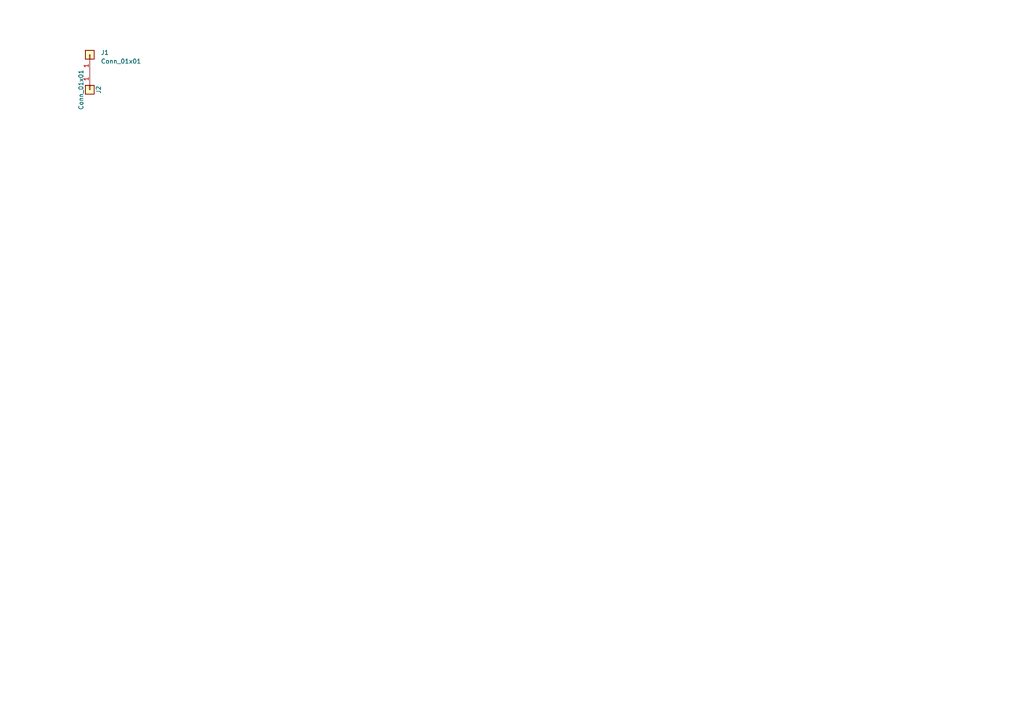
<source format=kicad_sch>
(kicad_sch (version 20230121) (generator eeschema)
  (paper "A4")
  (lib_symbols
    (symbol "Connector_Generic:Conn_01x01" (pin_names (offset 1.016) hide)
      (property "Reference" "J" (at 0 2.54 0))
      (property "Value" "Conn_01x01" (at 0 -2.54 0))
      (symbol "Conn_01x01_1_1"
        (rectangle (start -1.27 0.127) (end 0 -0.127) (stroke (width 0.1524)))
        (rectangle (start -1.27 1.27) (end 1.27 -1.27) (stroke (width 0.254)) (fill (type background)))
        (pin passive line (at -5.08 0 0) (length 3.81) (name "Pin_1") (number "1"))
      )
    )
  )
  (symbol (lib_id "Connector_Generic:Conn_01x01") (at 26.035 15.875 90) (unit 1)
    (property "Reference" "J1" (at 29.21 15.24 90) (effects (justify right)))
    (property "Value" "Conn_01x01" (at 29.21 17.78 90) (effects (justify right)))
    (property "Footprint" "Touchstone:Bridge_Pad" (effects hide))
  )
  (symbol (lib_id "Connector_Generic:Conn_01x01") (at 26.035 26.035 270) (unit 1)
    (property "Reference" "J2" (at 28.575 26.035 0))
    (property "Value" "Conn_01x01" (at 23.495 26.035 0))
    (property "Footprint" "Touchstone:Bridge_Pad" (effects hide))
  )
)
</source>
